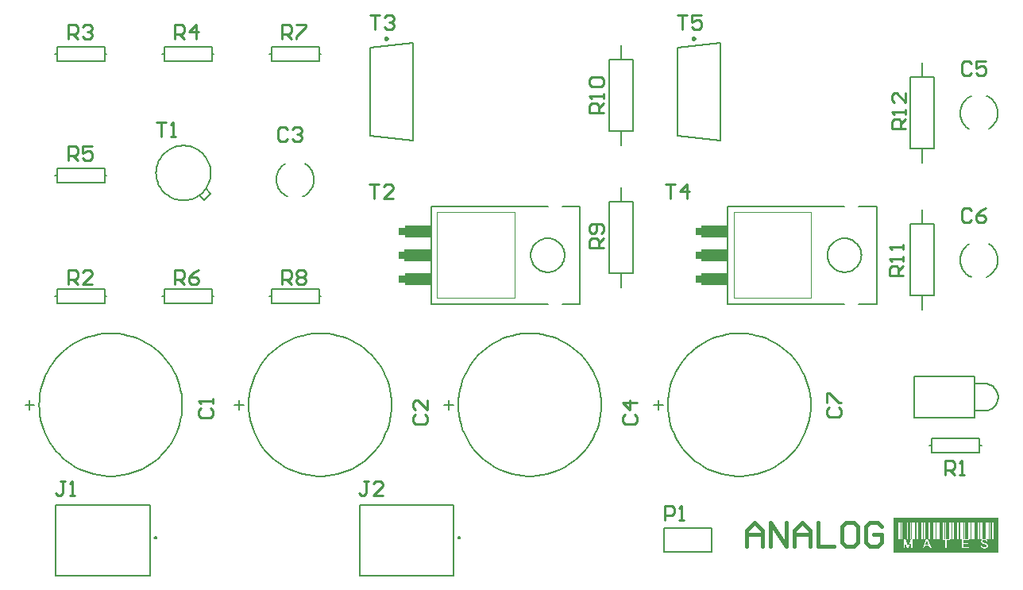
<source format=gto>
%FSTAX25Y25*%
%MOIN*%
%SFA1B1*%

%IPPOS*%
%ADD10C,0.005905*%
%ADD11C,0.005000*%
%ADD12C,0.009843*%
%ADD13C,0.007874*%
%ADD14C,0.002000*%
%ADD15C,0.015000*%
%ADD16C,0.010000*%
%LNhigh_fre_amp-1*%
%LPD*%
G36*
X0201373Y01845D02*
X0190367D01*
Y01855*
X0187859*
Y0188508*
X0190367*
Y0189504*
X0201373*
Y01845*
G37*
G36*
Y01745D02*
X0190344D01*
Y01755*
X018786*
Y0178501*
X0190344*
Y0179504*
X0201373*
Y01745*
G37*
G36*
Y01645D02*
X0190369D01*
Y01655*
X0187854*
Y016849*
X0190369*
Y0169498*
X0201373*
Y01645*
G37*
G36*
X032593Y01845D02*
X0314924D01*
Y01855*
X0312416*
Y0188508*
X0314924*
Y0189504*
X032593*
Y01845*
G37*
G36*
Y01745D02*
X0314901D01*
Y01755*
X0312417*
Y0178501*
X0314901*
Y0179504*
X032593*
Y01745*
G37*
G36*
Y01645D02*
X0314926D01*
Y01655*
X0312411*
Y016849*
X0314926*
Y0169498*
X032593*
Y01645*
G37*
G36*
X0439655Y0051981D02*
X0395556D01*
Y00668*
X0439655*
Y0051981*
G37*
%LNhigh_fre_amp-2*%
%LPC*%
G36*
X0437656Y00648D02*
X0436764D01*
Y0057955*
X0437656*
Y00648*
G37*
G36*
X0436319D02*
X0435874D01*
Y0057955*
X0436319*
Y00648*
G37*
G36*
X0435428D02*
X0434091D01*
Y0057955*
X0435428*
Y00648*
G37*
G36*
X0432755D02*
X0431864D01*
Y0057955*
X0432755*
Y00648*
G37*
G36*
X0431418D02*
X0430972D01*
Y0057955*
X0431418*
Y00648*
G37*
G36*
X0429636D02*
X0428299D01*
Y0057955*
X0429636*
Y00648*
G37*
G36*
X0427853D02*
X0426962D01*
Y0057955*
X0427853*
Y00648*
G37*
G36*
X0425626D02*
X042518D01*
Y0057955*
X0425626*
Y00648*
G37*
G36*
X0424735D02*
X0423398D01*
Y0057955*
X0424735*
Y00648*
G37*
G36*
X0422953D02*
X0422062D01*
Y0057955*
X0422953*
Y00648*
G37*
G36*
X0420725D02*
X0420279D01*
Y0057955*
X0420725*
Y00648*
G37*
G36*
X0419834D02*
X0418943D01*
Y0057955*
X0419834*
Y00648*
G37*
G36*
X0417606D02*
X0417161D01*
Y0057955*
X0417606*
Y00648*
G37*
G36*
X0416715D02*
X0416269D01*
Y0057955*
X0416715*
Y00648*
G37*
G36*
X0414933D02*
X0413596D01*
Y0057955*
X0414933*
Y00648*
G37*
G36*
X0413151D02*
X0412259D01*
Y0057955*
X0413151*
Y00648*
G37*
G36*
X0410923D02*
X0410032D01*
Y0057955*
X0410923*
Y00648*
G37*
G36*
X0408695D02*
X040825D01*
Y0057955*
X0408695*
Y00648*
G37*
G36*
X0407804D02*
X0407358D01*
Y0057955*
X0407804*
Y00648*
G37*
G36*
X0406022D02*
X0405131D01*
Y0057955*
X0406022*
Y00648*
G37*
G36*
X0404685D02*
X0403348D01*
Y0057955*
X0404685*
Y00648*
G37*
G36*
X0402903D02*
X0402457D01*
Y0057955*
X0402903*
Y00648*
G37*
G36*
X0401566D02*
X0401121D01*
Y0057955*
X0401566*
Y00648*
G37*
G36*
X0399338D02*
X0398893D01*
Y0057955*
X0399338*
Y00648*
G37*
G36*
X0398447D02*
X0397556D01*
Y0057955*
X0398447*
Y00648*
G37*
G36*
X0433665Y0057888D02*
X0433593D01*
X0433448Y0057883*
X0433321Y0057866*
X0433199Y0057844*
X0433093Y0057822*
X043301Y00578*
X0432971Y0057788*
X0432944Y0057777*
X0432921Y0057766*
X0432905Y0057761*
X0432894Y0057755*
X0432888*
X0432777Y00577*
X0432677Y0057639*
X0432594Y0057572*
X0432527Y0057511*
X0432477Y0057456*
X0432438Y0057411*
X0432411Y0057378*
X0432405Y0057372*
Y0057367*
X043235Y0057272*
X0432311Y0057178*
X0432283Y0057084*
X0432266Y0057001*
X0432255Y0056929*
X0432244Y0056873*
Y0056851*
Y0056834*
Y0056829*
Y0056823*
X043225Y0056729*
X0432266Y005664*
X0432288Y0056557*
X0432311Y0056485*
X0432333Y0056429*
X0432355Y0056385*
X0432372Y0056357*
X0432377Y0056346*
X0432433Y0056268*
X04325Y0056196*
X0432566Y0056135*
X0432633Y0056085*
X0432688Y005604*
X0432738Y0056013*
X0432772Y005599*
X0432777Y0055985*
X0432783*
X0432827Y0055963*
X0432877Y005594*
X0432988Y0055902*
X0433116Y0055863*
X0433238Y0055824*
X0433349Y0055791*
X0433399Y0055779*
X0433443Y0055768*
X0433476Y0055757*
X0433504Y0055752*
X0433521Y0055746*
X0433526*
X043362Y0055724*
X0433709Y0055702*
X0433787Y005568*
X0433854Y0055663*
X043392Y0055646*
X0433976Y005563*
X0434026Y0055619*
X0434064Y0055602*
X0434103Y0055591*
X0434131Y0055585*
X0434175Y0055569*
X0434203Y0055563*
X0434209Y0055557*
X0434292Y0055524*
X0434364Y0055485*
X0434425Y0055447*
X043447Y0055413*
X0434509Y005538*
X0434531Y0055358*
X0434548Y0055341*
X0434553Y0055336*
X0434592Y0055286*
X043462Y005523*
X0434636Y0055175*
X0434653Y005513*
X0434659Y0055086*
X0434664Y0055053*
Y0055025*
Y0055019*
X0434659Y0054953*
X0434647Y0054892*
X0434631Y0054836*
X0434609Y0054792*
X0434586Y0054747*
X043457Y005472*
X0434559Y0054698*
X0434553Y0054692*
X0434509Y0054636*
X0434453Y0054592*
X0434398Y0054553*
X0434348Y0054514*
X0434298Y0054492*
X0434259Y005447*
X0434231Y0054459*
X043422Y0054453*
X0434137Y0054425*
X0434048Y0054403*
X0433959Y0054392*
X0433881Y0054381*
X0433815Y0054375*
X0433759Y005437*
X0433709*
X0433587Y0054375*
X0433476Y0054387*
X0433376Y0054403*
X0433288Y0054425*
X0433215Y0054448*
X043316Y0054464*
X0433143Y005447*
X0433127Y0054475*
X0433121Y0054481*
X0433116*
X0433027Y0054525*
X0432944Y0054575*
X0432883Y0054625*
X0432827Y0054675*
X0432783Y0054714*
X0432755Y0054753*
X0432738Y0054775*
X0432733Y0054781*
X0432694Y0054853*
X0432655Y0054931*
X0432633Y0055014*
X0432611Y0055086*
X0432594Y0055158*
X0432583Y0055208*
Y005523*
X0432577Y0055247*
Y0055252*
Y0055258*
X04321Y0055214*
X0432111Y0055075*
X0432133Y0054942*
X0432166Y0054825*
X0432205Y005472*
X0432244Y0054636*
X0432261Y0054603*
X0432272Y0054575*
X0432288Y0054553*
X0432294Y0054537*
X0432305Y0054525*
Y005452*
X0432388Y0054414*
X0432477Y005432*
X0432572Y0054242*
X0432661Y0054175*
X0432738Y0054125*
X0432805Y0054092*
X0432827Y0054081*
X0432844Y005407*
X0432855Y0054064*
X043286*
X0432999Y0054015*
X0433143Y0053976*
X0433288Y0053954*
X0433426Y0053931*
X0433493Y0053926*
X0433548Y005392*
X0433598*
X0433643Y0053915*
X0433731*
X0433881Y005392*
X043402Y0053937*
X0434148Y0053965*
X0434253Y0053992*
X0434342Y0054015*
X0434381Y0054031*
X0434414Y0054042*
X0434437Y0054053*
X0434453Y0054059*
X0434464Y0054064*
X043447*
X0434586Y0054125*
X0434686Y0054192*
X0434775Y0054264*
X0434847Y0054331*
X0434903Y0054387*
X0434942Y0054437*
X0434969Y005447*
X0434975Y0054475*
Y0054481*
X0435036Y0054587*
X043508Y0054686*
X0435108Y0054781*
X043513Y0054869*
X0435141Y0054947*
X0435152Y0055008*
Y005503*
Y0055047*
Y0055053*
Y0055058*
X0435147Y0055169*
X043513Y0055275*
X0435102Y0055369*
X0435075Y0055447*
X0435041Y0055513*
X0435019Y0055563*
X0434997Y0055591*
X0434991Y0055602*
X0434925Y0055685*
X0434847Y0055763*
X0434764Y0055829*
X0434681Y005589*
X0434609Y0055935*
X0434548Y0055968*
X0434525Y0055979*
X0434509Y005599*
X0434498Y0055996*
X0434492*
X0434448Y0056018*
X0434392Y0056035*
X0434331Y0056057*
X0434264Y0056079*
X0434125Y0056118*
X0433981Y0056157*
X0433915Y0056174*
X0433854Y005619*
X0433792Y0056207*
X0433743Y0056218*
X0433704Y0056229*
X043367Y0056235*
X0433648Y005624*
X0433643*
X0433532Y0056268*
X0433432Y005629*
X0433343Y0056318*
X0433265Y005634*
X0433193Y0056368*
X0433132Y005639*
X0433077Y0056412*
X0433027Y0056429*
X0432988Y0056451*
X0432955Y0056468*
X0432932Y0056479*
X043291Y0056496*
X0432883Y0056512*
X0432877Y0056518*
X0432827Y0056573*
X0432794Y0056629*
X0432766Y0056684*
X0432749Y005674*
X0432738Y0056784*
X0432733Y0056823*
Y0056845*
Y0056856*
X0432744Y0056945*
X0432766Y0057023*
X0432799Y0057089*
X0432838Y005715*
X0432871Y0057195*
X0432905Y0057234*
X0432927Y0057256*
X0432938Y0057261*
X0432982Y0057289*
X0433027Y0057317*
X0433132Y0057361*
X0433243Y0057389*
X0433354Y0057411*
X0433454Y0057422*
X0433498Y0057428*
X0433532Y0057433*
X0433609*
X0433765Y0057428*
X0433903Y0057406*
X0434014Y0057372*
X0434109Y0057339*
X0434181Y0057306*
X0434237Y0057272*
X0434264Y005725*
X0434275Y0057245*
X0434353Y0057167*
X0434414Y0057084*
X0434464Y0056995*
X0434498Y0056906*
X043452Y0056823*
X0434537Y0056762*
X0434542Y0056734*
X0434548Y0056718*
Y0056707*
Y0056701*
X0435036Y005674*
X0435025Y0056862*
X0434997Y0056973*
X0434969Y0057078*
X043493Y0057167*
X0434897Y0057239*
X0434869Y0057295*
X0434858Y0057311*
X0434847Y0057328*
X0434842Y0057334*
Y0057339*
X0434769Y0057433*
X0434692Y0057517*
X0434609Y0057589*
X0434525Y0057644*
X0434453Y0057694*
X0434398Y0057722*
X0434375Y0057733*
X0434359Y0057744*
X0434348Y005775*
X0434342*
X043422Y0057794*
X0434087Y0057827*
X0433964Y0057855*
X0433848Y0057872*
X0433743Y0057883*
X0433704*
X0433665Y0057888*
G37*
G36*
X0403392Y0057822D02*
X0402709D01*
X0401788Y0055147*
X0401738Y0055003*
X04017Y0054881*
X0401661Y0054775*
X0401633Y0054686*
X0401611Y005462*
X0401594Y005457*
X0401588Y0054542*
X0401583Y0054531*
X0401561Y0054609*
X0401533Y0054698*
X04015Y0054792*
X0401472Y0054886*
X0401444Y0054969*
X0401422Y0055036*
X0401411Y0055064*
X0401405Y005508*
X04014Y0055091*
Y0055097*
X0400489Y0057822*
X0399729*
Y0053981*
X0400218*
Y005725*
X0401327Y0053981*
X0401783*
X0402904Y0057195*
Y0053981*
X0403392*
Y0057822*
G37*
G36*
X0427038D02*
X0424258D01*
Y0053981*
X0427127*
Y0054437*
X0424768*
Y0055741*
X0426894*
Y0056196*
X0424768*
Y0057367*
X0427038*
Y0057822*
G37*
G36*
X0419135D02*
X0416094D01*
Y0057367*
X0417359*
Y0053981*
X041787*
Y0057367*
X0419135*
Y0057822*
G37*
G36*
X0409811D02*
X0409256D01*
X040779Y0053981*
X0408329*
X0408745Y0055147*
X0410355*
X0410804Y0053981*
X0411381*
X0409811Y0057822*
G37*
%LNhigh_fre_amp-3*%
%LPD*%
G36*
X0409561Y0057295D02*
X0409605Y0057162D01*
X040965Y0057028*
X0409694Y0056901*
X0409716Y0056845*
X0409733Y005679*
X040975Y005674*
X0409766Y0056701*
X0409777Y0056668*
X0409788Y005664*
X0409794Y0056623*
Y0056618*
X0410194Y0055563*
X0408895*
X0409311Y0056684*
X0409361Y0056823*
X04094Y0056956*
X0409439Y0057078*
X0409467Y0057189*
X0409489Y0057284*
X04095Y0057322*
X0409505Y0057361*
X0409516Y0057383*
Y0057406*
X0409522Y0057417*
Y0057422*
X0409561Y0057295*
G37*
G54D10*
X0108996Y02115D02*
D01*
X0108968Y0212301*
X0108884Y0213099*
X0108744Y021389*
X010855Y0214668*
X0108302Y0215431*
X0108002Y0216175*
X010765Y0216897*
X0107249Y0217591*
X01068Y0218257*
X0106306Y0218889*
X0105769Y0219485*
X0105192Y0220043*
X0104577Y0220559*
X0103928Y022103*
X0103248Y0221455*
X0102539Y0221832*
X0101806Y0222158*
X0101052Y0222433*
X0100281Y0222654*
X0099496Y0222821*
X0098701Y0222933*
X0097901Y0222989*
X0097098*
X0096298Y0222933*
X0095503Y0222821*
X0094718Y0222654*
X0093947Y0222433*
X0093193Y0222158*
X009246Y0221832*
X0091751Y0221455*
X0091071Y022103*
X0090422Y0220559*
X0089807Y0220043*
X008923Y0219485*
X0088693Y0218889*
X0088199Y0218257*
X008775Y0217591*
X0087349Y0216897*
X0086997Y0216175*
X0086697Y0215431*
X0086449Y0214668*
X0086255Y021389*
X0086115Y0213099*
X0086031Y0212301*
X0086003Y02115*
X0086031Y0210698*
X0086115Y02099*
X0086255Y0209109*
X0086449Y0208331*
X0086697Y0207568*
X0086997Y0206824*
X0087349Y0206102*
X008775Y0205408*
X0088199Y0204742*
X0088693Y020411*
X008923Y0203514*
X0089807Y0202956*
X0090422Y020244*
X0091071Y0201969*
X0091751Y0201544*
X009246Y0201167*
X0093193Y0200841*
X0093947Y0200566*
X0094718Y0200345*
X0095503Y0200178*
X0096298Y0200066*
X0097098Y020001*
X0097901*
X0098701Y0200066*
X0099496Y0200178*
X0100281Y0200345*
X0101052Y0200566*
X0101806Y0200841*
X0102539Y0201167*
X0103248Y0201544*
X0103928Y0201969*
X0104577Y020244*
X0105192Y0202956*
X0105769Y0203514*
X0106306Y020411*
X01068Y0204742*
X0107249Y0205408*
X010765Y0206102*
X0108002Y0206824*
X0108302Y0207568*
X010855Y0208331*
X0108744Y0209109*
X0108884Y02099*
X0108968Y0210698*
X0108996Y02115*
X0122922Y0114122D02*
X0118987D01*
X0120955Y0112154D02*
Y011609D01*
X0210861Y0114122D02*
X0206925D01*
X0208893Y0112154D02*
Y011609D01*
X0298799Y0114122D02*
X0294863D01*
X0296831Y0112154D02*
Y011609D01*
X0034984Y0114122D02*
X0031048D01*
X0033016Y0112154D02*
Y011609D01*
G54D11*
X0257473Y0177D02*
D01*
X0257456Y0177495*
X0257404Y0177988*
X0257318Y0178476*
X0257198Y0178957*
X0257045Y0179428*
X0256859Y0179887*
X0256642Y0180333*
X0256394Y0180762*
X0256117Y0181173*
X0255812Y0181563*
X025548Y0181932*
X0255124Y0182276*
X0254744Y0182594*
X0254343Y0182886*
X0253923Y0183148*
X0253486Y0183381*
X0253033Y0183583*
X0252567Y0183752*
X0252091Y0183889*
X0251606Y0183992*
X0251115Y0184061*
X0250621Y0184095*
X0250125*
X0249631Y0184061*
X024914Y0183992*
X0248655Y0183889*
X0248179Y0183752*
X0247713Y0183583*
X0247261Y0183381*
X0246823Y0183148*
X0246403Y0182886*
X0246002Y0182594*
X0245622Y0182276*
X0245266Y0181932*
X0244934Y0181563*
X0244629Y0181173*
X0244352Y0180762*
X0244104Y0180333*
X0243887Y0179887*
X0243701Y0179428*
X0243548Y0178957*
X0243428Y0178476*
X0243342Y0177988*
X024329Y0177495*
X0243273Y0177*
X024329Y0176504*
X0243342Y0176011*
X0243428Y0175523*
X0243548Y0175042*
X0243701Y0174571*
X0243887Y0174112*
X0244104Y0173666*
X0244352Y0173237*
X0244629Y0172826*
X0244934Y0172436*
X0245266Y0172067*
X0245622Y0171723*
X0246002Y0171405*
X0246403Y0171113*
X0246823Y0170851*
X0247261Y0170618*
X0247713Y0170416*
X0248179Y0170247*
X0248655Y017011*
X024914Y0170007*
X0249631Y0169938*
X0250125Y0169904*
X0250621*
X0251115Y0169938*
X0251606Y0170007*
X0252091Y017011*
X0252567Y0170247*
X0253033Y0170416*
X0253486Y0170618*
X0253923Y0170851*
X0254343Y0171113*
X0254744Y0171405*
X0255124Y0171723*
X025548Y0172067*
X0255812Y0172436*
X0256117Y0172826*
X0256394Y0173237*
X0256642Y0173666*
X0256859Y0174112*
X0257045Y0174571*
X0257198Y0175042*
X0257318Y0175523*
X0257404Y0176011*
X0257456Y0176504*
X0257473Y0177*
X0433697Y0111691D02*
D01*
X0434095Y0111705*
X0434491Y0111746*
X0434884Y0111816*
X043527Y0111912*
X0435649Y0112035*
X0436019Y0112184*
X0436377Y0112359*
X0436722Y0112558*
X0437052Y0112781*
X0437366Y0113026*
X0437662Y0113293*
X0437939Y011358*
X0438195Y0113885*
X0438429Y0114207*
X0438641Y0114545*
X0438828Y0114897*
X043899Y0115261*
X0439126Y0115635*
X0439236Y0116018*
X0439319Y0116408*
X0439374Y0116803*
X0439402Y01172*
Y0117599*
X0439374Y0117996*
X0439319Y0118391*
X0439236Y0118781*
X0439126Y0119164*
X043899Y0119538*
X0438828Y0119902*
X0438641Y0120254*
X0438429Y0120592*
X0438195Y0120914*
X0437939Y0121219*
X0437662Y0121506*
X0437366Y0121773*
X0437052Y0122018*
X0436722Y0122241*
X0436377Y012244*
X0436019Y0122615*
X0435649Y0122764*
X043527Y0122887*
X0434884Y0122983*
X0434491Y0123053*
X0434095Y0123094*
X0433697Y0123108*
X038203Y0177D02*
D01*
X0382013Y0177495*
X0381961Y0177988*
X0381875Y0178476*
X0381755Y0178957*
X0381602Y0179428*
X0381416Y0179887*
X0381199Y0180333*
X0380951Y0180762*
X0380674Y0181173*
X0380369Y0181563*
X0380038Y0181932*
X0379681Y0182276*
X0379301Y0182594*
X03789Y0182886*
X037848Y0183148*
X0378043Y0183381*
X037759Y0183583*
X0377124Y0183752*
X0376648Y0183889*
X0376163Y0183992*
X0375672Y0184061*
X0375178Y0184095*
X0374682*
X0374188Y0184061*
X0373697Y0183992*
X0373213Y0183889*
X0372736Y0183752*
X0372271Y0183583*
X0371818Y0183381*
X037138Y0183148*
X037096Y0182886*
X0370559Y0182594*
X0370179Y0182276*
X0369823Y0181932*
X0369491Y0181563*
X0369186Y0181173*
X0368909Y0180762*
X0368661Y0180333*
X0368444Y0179887*
X0368258Y0179428*
X0368105Y0178957*
X0367985Y0178476*
X0367899Y0177988*
X0367848Y0177495*
X036783Y0177*
X0367848Y0176504*
X0367899Y0176011*
X0367985Y0175523*
X0368105Y0175042*
X0368258Y0174571*
X0368444Y0174112*
X0368661Y0173666*
X0368909Y0173237*
X0369186Y0172826*
X0369491Y0172436*
X0369823Y0172067*
X0370179Y0171723*
X0370559Y0171405*
X037096Y0171113*
X037138Y0170851*
X0371818Y0170618*
X0372271Y0170416*
X0372736Y0170247*
X0373213Y017011*
X0373697Y0170007*
X0374188Y0169938*
X0374682Y0169904*
X0375178*
X0375672Y0169938*
X0376163Y0170007*
X0376648Y017011*
X0377124Y0170247*
X037759Y0170416*
X0378043Y0170618*
X037848Y0170851*
X03789Y0171113*
X0379301Y0171405*
X0379681Y0171723*
X0380038Y0172067*
X0380369Y0172436*
X0380674Y0172826*
X0380951Y0173237*
X0381199Y0173666*
X0381416Y0174112*
X0381602Y0174571*
X0381755Y0175042*
X0381875Y0175523*
X0381961Y0176011*
X0382013Y0176504*
X038203Y0177*
X0256373Y01975D02*
X0263873D01*
X0201373D02*
X0250373D01*
X0256373Y01565D02*
X0263873D01*
X0201373D02*
X0250373D01*
X0263873D02*
Y01975D01*
X0201373Y01565D02*
Y01975D01*
X0404169Y0108738D02*
Y0126061D01*
X0429366*
Y0108738D02*
Y0126061D01*
X0404169Y0108738D02*
X0429366D01*
Y0123108D02*
X0433697D01*
X0429366Y0111691D02*
X0433697D01*
X032593Y01565D02*
Y01975D01*
X038843Y01565D02*
Y01975D01*
X032593Y01565D02*
X037493D01*
X038093D02*
X038843D01*
X032593Y01975D02*
X037493D01*
X038093D02*
X038843D01*
X0044014Y0042611D02*
X0083385D01*
Y0072139*
X0044014D02*
X0083385D01*
X0044014Y0042611D02*
Y0072139D01*
X0171455Y0042611D02*
X0210826D01*
Y0072139*
X0171455D02*
X0210826D01*
X0171455Y0042611D02*
Y0072139D01*
G54D12*
X031212Y026794D02*
D01*
X0312118Y0267975*
X0312115Y0268009*
X0312109Y0268043*
X0312101Y0268076*
X031209Y0268109*
X0312077Y0268141*
X0312062Y0268171*
X0312045Y0268201*
X0312026Y026823*
X0312004Y0268257*
X0311981Y0268282*
X0311957Y0268306*
X031193Y0268328*
X0311903Y0268348*
X0311874Y0268367*
X0311843Y0268383*
X0311812Y0268397*
X031178Y0268408*
X0311747Y0268418*
X0311713Y0268425*
X0311679Y026843*
X0311645Y0268432*
X031161*
X0311576Y026843*
X0311542Y0268425*
X0311508Y0268418*
X0311475Y0268408*
X0311443Y0268397*
X0311412Y0268383*
X0311381Y0268367*
X0311352Y0268348*
X0311324Y0268328*
X0311298Y0268306*
X0311273Y0268282*
X031125Y0268257*
X0311229Y026823*
X031121Y0268201*
X0311193Y0268171*
X0311178Y0268141*
X0311165Y0268109*
X0311154Y0268076*
X0311146Y0268043*
X031114Y0268009*
X0311137Y0267975*
X0311135Y026794*
X0311137Y0267906*
X031114Y0267872*
X0311146Y0267838*
X0311154Y0267805*
X0311165Y0267772*
X0311178Y026774*
X0311193Y0267709*
X031121Y026768*
X0311229Y0267651*
X031125Y0267624*
X0311273Y0267599*
X0311298Y0267575*
X0311324Y0267553*
X0311352Y0267532*
X0311381Y0267514*
X0311412Y0267498*
X0311443Y0267484*
X0311475Y0267472*
X0311508Y0267463*
X0311542Y0267456*
X0311576Y0267451*
X031161Y0267449*
X0311645*
X0311679Y0267451*
X0311713Y0267456*
X0311747Y0267463*
X031178Y0267472*
X0311812Y0267484*
X0311843Y0267498*
X0311874Y0267514*
X0311903Y0267532*
X031193Y0267553*
X0311957Y0267575*
X0311981Y0267599*
X0312004Y0267624*
X0312026Y0267651*
X0312045Y026768*
X0312062Y0267709*
X0312077Y026774*
X031209Y0267772*
X0312101Y0267805*
X0312109Y0267838*
X0312115Y0267872*
X0312118Y0267906*
X031212Y026794*
X018312D02*
D01*
X0183118Y0267975*
X0183115Y0268009*
X0183109Y0268043*
X0183101Y0268076*
X018309Y0268109*
X0183077Y0268141*
X0183062Y0268171*
X0183045Y0268201*
X0183026Y026823*
X0183004Y0268257*
X0182981Y0268282*
X0182957Y0268306*
X018293Y0268328*
X0182903Y0268348*
X0182874Y0268367*
X0182843Y0268383*
X0182812Y0268397*
X018278Y0268408*
X0182747Y0268418*
X0182713Y0268425*
X0182679Y026843*
X0182645Y0268432*
X018261*
X0182576Y026843*
X0182542Y0268425*
X0182508Y0268418*
X0182475Y0268408*
X0182443Y0268397*
X0182412Y0268383*
X0182381Y0268367*
X0182352Y0268348*
X0182324Y0268328*
X0182298Y0268306*
X0182273Y0268282*
X018225Y0268257*
X0182229Y026823*
X018221Y0268201*
X0182193Y0268171*
X0182178Y0268141*
X0182165Y0268109*
X0182154Y0268076*
X0182146Y0268043*
X018214Y0268009*
X0182137Y0267975*
X0182135Y026794*
X0182137Y0267906*
X018214Y0267872*
X0182146Y0267838*
X0182154Y0267805*
X0182165Y0267772*
X0182178Y026774*
X0182193Y0267709*
X018221Y026768*
X0182229Y0267651*
X018225Y0267624*
X0182273Y0267599*
X0182298Y0267575*
X0182324Y0267553*
X0182352Y0267532*
X0182381Y0267514*
X0182412Y0267498*
X0182443Y0267484*
X0182475Y0267472*
X0182508Y0267463*
X0182542Y0267456*
X0182576Y0267451*
X018261Y0267449*
X0182645*
X0182679Y0267451*
X0182713Y0267456*
X0182747Y0267463*
X018278Y0267472*
X0182812Y0267484*
X0182843Y0267498*
X0182874Y0267514*
X0182903Y0267532*
X018293Y0267553*
X0182957Y0267575*
X0182981Y0267599*
X0183004Y0267624*
X0183026Y0267651*
X0183045Y026768*
X0183062Y0267709*
X0183077Y026774*
X018309Y0267772*
X0183101Y0267805*
X0183109Y0267838*
X0183115Y0267872*
X0183118Y0267906*
X018312Y026794*
G54D13*
X0428113Y0243822D02*
D01*
X0427622Y0243576*
X0427149Y0243296*
X0426696Y0242984*
X0426266Y0242642*
X0425862Y024227*
X0425484Y0241871*
X0425135Y0241446*
X0424816Y0240998*
X0424529Y0240529*
X0424276Y0240041*
X0424058Y0239537*
X0423875Y0239019*
X0423729Y0238489*
X042362Y023795*
X0423549Y0237405*
X0423516Y0236857*
X0423521Y0236307*
X0423565Y0235759*
X0423647Y0235216*
X0423767Y0234679*
X0423924Y0234153*
X0424117Y0233638*
X0424345Y0233138*
X0424608Y0232656*
X0424904Y0232192*
X0425232Y0231751*
X0425589Y0231333*
X0425975Y0230942*
X0426387Y0230578*
X0426823Y0230244*
X0427155Y0230021*
X043562D02*
D01*
X0436073Y0230332*
X0436503Y0230674*
X0436908Y0231046*
X0437286Y0231445*
X0437636Y0231869*
X0437955Y0232316*
X0438242Y0232785*
X0438495Y0233272*
X0438714Y0233777*
X0438898Y0234295*
X0439045Y0234824*
X0439154Y0235363*
X0439226Y0235908*
X0439259Y0236456*
X0439254Y0237006*
X0439211Y0237554*
X0439129Y0238097*
X043901Y0238634*
X0438854Y0239161*
X0438662Y0239676*
X0438433Y0240176*
X0438171Y0240659*
X0437876Y0241122*
X0437549Y0241564*
X0437192Y0241981*
X0436806Y0242373*
X0436395Y0242737*
X0435959Y0243072*
X04355Y0243375*
X0435022Y0243646*
X0434662Y0243822*
Y0167838D02*
D01*
X0435154Y0168084*
X0435627Y0168364*
X0436079Y0168676*
X0436509Y0169018*
X0436914Y016939*
X0437292Y0169789*
X0437641Y0170214*
X0437959Y0170662*
X0438246Y0171131*
X0438499Y0171619*
X0438718Y0172123*
X04389Y0172641*
X0439047Y0173171*
X0439155Y017371*
X0439227Y0174255*
X0439259Y0174803*
X0439254Y0175353*
X043921Y0175901*
X0439128Y0176444*
X0439009Y0176981*
X0438852Y0177507*
X0438659Y0178022*
X043843Y0178522*
X0438167Y0179005*
X0437871Y0179468*
X0437544Y0179909*
X0437186Y0180327*
X0436801Y0180718*
X0436389Y0181082*
X0435952Y0181416*
X043562Y0181639*
X0427155D02*
D01*
X0426703Y0181328*
X0426273Y0180986*
X0425867Y0180614*
X0425489Y0180215*
X042514Y0179791*
X0424821Y0179344*
X0424534Y0178875*
X042428Y0178388*
X0424061Y0177884*
X0423878Y0177365*
X0423731Y0176836*
X0423621Y0176297*
X042355Y0175752*
X0423516Y0175204*
X0423521Y0174654*
X0423565Y0174106*
X0423646Y0173563*
X0423765Y0173026*
X0423921Y0172499*
X0424114Y0171984*
X0424342Y0171484*
X0424604Y0171002*
X04249Y0170538*
X0425227Y0170096*
X0425584Y0169679*
X0425969Y0169287*
X0426381Y0168923*
X0426817Y0168588*
X0427275Y0168285*
X0427754Y0168014*
X0428113Y0167838*
X0147674Y0201638D02*
D01*
X0148165Y0201884*
X0148639Y0202164*
X0149091Y0202476*
X0149521Y0202818*
X0149926Y020319*
X0150303Y0203589*
X0150653Y0204014*
X0150971Y0204462*
X0151258Y0204931*
X0151511Y0205419*
X0151729Y0205923*
X0151912Y0206441*
X0152058Y0206971*
X0152167Y020751*
X0152238Y0208055*
X0152271Y0208603*
X0152266Y0209153*
X0152222Y0209701*
X015214Y0210244*
X015202Y0210781*
X0151864Y0211307*
X015167Y0211822*
X0151442Y0212322*
X0151179Y0212805*
X0150883Y0213268*
X0150556Y0213709*
X0150198Y0214127*
X0149812Y0214518*
X01494Y0214882*
X0148964Y0215216*
X0148632Y0215439*
X0140167D02*
D01*
X0139714Y0215128*
X0139284Y0214786*
X0138879Y0214414*
X0138501Y0214015*
X0138152Y0213591*
X0137832Y0213144*
X0137545Y0212675*
X0137292Y0212188*
X0137073Y0211684*
X0136889Y0211165*
X0136743Y0210636*
X0136633Y0210097*
X0136562Y0209552*
X0136528Y0209004*
X0136533Y0208454*
X0136576Y0207906*
X0136658Y0207363*
X0136777Y0206826*
X0136933Y0206299*
X0137126Y0205784*
X0137354Y0205284*
X0137616Y0204802*
X0137911Y0204338*
X0138239Y0203896*
X0138596Y0203479*
X0138981Y0203087*
X0139393Y0202723*
X0139829Y0202388*
X0140287Y0202085*
X0140765Y0201814*
X0141125Y0201638*
X0184938Y0114173D02*
D01*
X0184865Y0116265*
X0184646Y0118348*
X0184282Y012041*
X0183776Y0122442*
X0183128Y0124433*
X0182344Y0126375*
X0181426Y0128257*
X0180379Y013007*
X0179208Y0131806*
X0177919Y0133456*
X0176518Y0135012*
X0175012Y0136467*
X0173408Y0137813*
X0171713Y0139044*
X0169938Y0140153*
X0168089Y0141137*
X0166176Y0141988*
X0164208Y0142704*
X0162195Y0143282*
X0160147Y0143717*
X0158074Y0144008*
X0155985Y0144154*
X0153891*
X0151802Y0144008*
X0149728Y0143717*
X014768Y0143282*
X0145667Y0142704*
X0143699Y0141988*
X0141787Y0141137*
X0139938Y0140153*
X0138162Y0139044*
X0136468Y0137813*
X0134864Y0136467*
X0133357Y0135012*
X0131956Y0133456*
X0130667Y0131806*
X0129496Y013007*
X0128449Y0128257*
X0127531Y0126375*
X0126747Y0124433*
X01261Y0122442*
X0125593Y012041*
X012523Y0118348*
X0125011Y0116265*
X0124938Y0114173*
X0125011Y011208*
X012523Y0109998*
X0125593Y0107935*
X01261Y0105904*
X0126747Y0103912*
X0127531Y0101971*
X0128449Y0100089*
X0129496Y0098275*
X0130667Y0096539*
X0131956Y0094889*
X0133357Y0093333*
X0134864Y0091878*
X0136468Y0090532*
X0138162Y0089302*
X0139938Y0088192*
X0141787Y0087209*
X0143699Y0086357*
X0145667Y0085641*
X014768Y0085064*
X0149728Y0084628*
X0151802Y0084337*
X0153891Y0084191*
X0155985*
X0158074Y0084337*
X0160147Y0084628*
X0162195Y0085064*
X0164208Y0085641*
X0166176Y0086357*
X0168089Y0087209*
X0169938Y0088192*
X0171713Y0089302*
X0173408Y0090532*
X0175012Y0091878*
X0176518Y0093333*
X0177919Y0094889*
X0179208Y0096539*
X0180379Y0098275*
X0181426Y0100089*
X0182344Y0101971*
X0183128Y0103912*
X0183776Y0105904*
X0184282Y0107935*
X0184646Y0109998*
X0184865Y011208*
X0184938Y0114173*
X0272876D02*
D01*
X0272803Y0116265*
X0272584Y0118348*
X027222Y012041*
X0271714Y0122442*
X0271067Y0124433*
X0270282Y0126375*
X0269364Y0128257*
X0268317Y013007*
X0267146Y0131806*
X0265857Y0133456*
X0264456Y0135012*
X026295Y0136467*
X0261346Y0137813*
X0259652Y0139044*
X0257876Y0140153*
X0256027Y0141137*
X0254114Y0141988*
X0252146Y0142704*
X0250134Y0143282*
X0248085Y0143717*
X0246012Y0144008*
X0243923Y0144154*
X0241829*
X023974Y0144008*
X0237666Y0143717*
X0235618Y0143282*
X0233605Y0142704*
X0231638Y0141988*
X0229725Y0141137*
X0227876Y0140153*
X02261Y0139044*
X0224406Y0137813*
X0222802Y0136467*
X0221296Y0135012*
X0219895Y0133456*
X0218605Y0131806*
X0217434Y013007*
X0216387Y0128257*
X021547Y0126375*
X0214685Y0124433*
X0214038Y0122442*
X0213531Y012041*
X0213168Y0118348*
X0212949Y0116265*
X0212876Y0114173*
X0212949Y011208*
X0213168Y0109998*
X0213531Y0107935*
X0214038Y0105904*
X0214685Y0103912*
X021547Y0101971*
X0216387Y0100089*
X0217434Y0098275*
X0218605Y0096539*
X0219895Y0094889*
X0221296Y0093333*
X0222802Y0091878*
X0224406Y0090532*
X02261Y0089302*
X0227876Y0088192*
X0229725Y0087209*
X0231638Y0086357*
X0233605Y0085641*
X0235618Y0085064*
X0237666Y0084628*
X023974Y0084337*
X0241829Y0084191*
X0243923*
X0246012Y0084337*
X0248085Y0084628*
X0250134Y0085064*
X0252146Y0085641*
X0254114Y0086357*
X0256027Y0087209*
X0257876Y0088192*
X0259652Y0089302*
X0261346Y0090532*
X026295Y0091878*
X0264456Y0093333*
X0265857Y0094889*
X0267146Y0096539*
X0268317Y0098275*
X0269364Y0100089*
X0270282Y0101971*
X0271067Y0103912*
X0271714Y0105904*
X027222Y0107935*
X0272584Y0109998*
X0272803Y011208*
X0272876Y0114173*
X0360814D02*
D01*
X0360741Y0116265*
X0360522Y0118348*
X0360158Y012041*
X0359652Y0122442*
X0359005Y0124433*
X035822Y0126375*
X0357302Y0128257*
X0356256Y013007*
X0355085Y0131806*
X0353795Y0133456*
X0352394Y0135012*
X0350888Y0136467*
X0349284Y0137813*
X034759Y0139044*
X0345814Y0140153*
X0343965Y0141137*
X0342052Y0141988*
X0340085Y0142704*
X0338072Y0143282*
X0336024Y0143717*
X033395Y0144008*
X0331861Y0144154*
X0329767*
X0327678Y0144008*
X0325605Y0143717*
X0323556Y0143282*
X0321544Y0142704*
X0319576Y0141988*
X0317663Y0141137*
X0315814Y0140153*
X0314038Y0139044*
X0312344Y0137813*
X031074Y0136467*
X0309234Y0135012*
X0307833Y0133456*
X0306544Y0131806*
X0305373Y013007*
X0304326Y0128257*
X0303408Y0126375*
X0302623Y0124433*
X0301976Y0122442*
X030147Y012041*
X0301106Y0118348*
X0300887Y0116265*
X0300814Y0114173*
X0300887Y011208*
X0301106Y0109998*
X030147Y0107935*
X0301976Y0105904*
X0302623Y0103912*
X0303408Y0101971*
X0304326Y0100089*
X0305373Y0098275*
X0306544Y0096539*
X0307833Y0094889*
X0309234Y0093333*
X031074Y0091878*
X0312344Y0090532*
X0314038Y0089302*
X0315814Y0088192*
X0317663Y0087209*
X0319576Y0086357*
X0321544Y0085641*
X0323556Y0085064*
X0325605Y0084628*
X0327678Y0084337*
X0329767Y0084191*
X0331861*
X033395Y0084337*
X0336024Y0084628*
X0338072Y0085064*
X0340085Y0085641*
X0342052Y0086357*
X0343965Y0087209*
X0345814Y0088192*
X034759Y0089302*
X0349284Y0090532*
X0350888Y0091878*
X0352394Y0093333*
X0353795Y0094889*
X0355085Y0096539*
X0356256Y0098275*
X0357302Y0100089*
X035822Y0101971*
X0359005Y0103912*
X0359652Y0105904*
X0360158Y0107935*
X0360522Y0109998*
X0360741Y011208*
X0360814Y0114173*
X0097D02*
D01*
X0096926Y0116265*
X0096708Y0118348*
X0096344Y012041*
X0095837Y0122442*
X009519Y0124433*
X0094406Y0126375*
X0093488Y0128257*
X0092441Y013007*
X009127Y0131806*
X0089981Y0133456*
X008858Y0135012*
X0087073Y0136467*
X0085469Y0137813*
X0083775Y0139044*
X0082Y0140153*
X0080151Y0141137*
X0078238Y0141988*
X007627Y0142704*
X0074257Y0143282*
X0072209Y0143717*
X0070135Y0144008*
X0068046Y0144154*
X0065953*
X0063864Y0144008*
X006179Y0143717*
X0059742Y0143282*
X0057729Y0142704*
X0055761Y0141988*
X0053848Y0141137*
X0051999Y0140153*
X0050224Y0139044*
X004853Y0137813*
X0046926Y0136467*
X0045419Y0135012*
X0044018Y0133456*
X0042729Y0131806*
X0041558Y013007*
X0040511Y0128257*
X0039593Y0126375*
X0038809Y0124433*
X0038162Y0122442*
X0037655Y012041*
X0037291Y0118348*
X0037073Y0116265*
X0037Y0114173*
X0037073Y011208*
X0037291Y0109998*
X0037655Y0107935*
X0038162Y0105904*
X0038809Y0103912*
X0039593Y0101971*
X0040511Y0100089*
X0041558Y0098275*
X0042729Y0096539*
X0044018Y0094889*
X0045419Y0093333*
X0046926Y0091878*
X004853Y0090532*
X0050224Y0089302*
X0052Y0088192*
X0053848Y0087209*
X0055761Y0086357*
X0057729Y0085641*
X0059742Y0085064*
X006179Y0084628*
X0063864Y0084337*
X0065953Y0084191*
X0068046*
X0070135Y0084337*
X0072209Y0084628*
X0074257Y0085064*
X007627Y0085641*
X0078238Y0086357*
X0080151Y0087209*
X0082Y0088192*
X0083775Y0089302*
X0085469Y0090532*
X0087073Y0091878*
X008858Y0093333*
X0089981Y0094889*
X009127Y0096539*
X0092441Y0098275*
X0093488Y0100089*
X0094406Y0101971*
X009519Y0103912*
X0095837Y0105904*
X0096344Y0107935*
X0096708Y0109998*
X0096926Y011208*
X0097Y0114173*
X008614Y0058359D02*
D01*
X0086139Y0058387*
X0086137Y0058414*
X0086132Y0058441*
X0086125Y0058468*
X0086117Y0058494*
X0086106Y0058519*
X0086094Y0058544*
X0086081Y0058568*
X0086065Y0058591*
X0086048Y0058612*
X008603Y0058633*
X008601Y0058652*
X0085989Y005867*
X0085967Y0058686*
X0085944Y00587*
X0085919Y0058713*
X0085894Y0058724*
X0085868Y0058734*
X0085842Y0058741*
X0085815Y0058747*
X0085788Y0058751*
X008576Y0058753*
X0085733*
X0085706Y0058751*
X0085678Y0058747*
X0085651Y0058741*
X0085625Y0058734*
X0085599Y0058724*
X0085574Y0058713*
X008555Y00587*
X0085527Y0058686*
X0085504Y005867*
X0085483Y0058652*
X0085464Y0058633*
X0085445Y0058612*
X0085428Y0058591*
X0085413Y0058568*
X0085399Y0058544*
X0085387Y0058519*
X0085377Y0058494*
X0085368Y0058468*
X0085362Y0058441*
X0085357Y0058414*
X0085354Y0058387*
X0085353Y0058359*
X0085354Y0058332*
X0085357Y0058305*
X0085362Y0058277*
X0085368Y0058251*
X0085377Y0058225*
X0085387Y0058199*
X0085399Y0058175*
X0085413Y0058151*
X0085428Y0058128*
X0085445Y0058106*
X0085464Y0058086*
X0085483Y0058067*
X0085504Y0058049*
X0085527Y0058033*
X008555Y0058018*
X0085574Y0058005*
X0085599Y0057994*
X0085625Y0057985*
X0085651Y0057977*
X0085678Y0057972*
X0085706Y0057968*
X0085733Y0057966*
X008576*
X0085788Y0057968*
X0085815Y0057972*
X0085842Y0057977*
X0085868Y0057985*
X0085894Y0057994*
X0085919Y0058005*
X0085944Y0058018*
X0085967Y0058033*
X0085989Y0058049*
X008601Y0058067*
X008603Y0058086*
X0086048Y0058106*
X0086065Y0058128*
X0086081Y0058151*
X0086094Y0058175*
X0086106Y0058199*
X0086117Y0058225*
X0086125Y0058251*
X0086132Y0058277*
X0086137Y0058305*
X0086139Y0058332*
X008614Y0058359*
X0213582D02*
D01*
X0213581Y0058387*
X0213578Y0058414*
X0213573Y0058441*
X0213567Y0058468*
X0213558Y0058494*
X0213548Y0058519*
X0213536Y0058544*
X0213522Y0058568*
X0213507Y0058591*
X021349Y0058612*
X0213471Y0058633*
X0213452Y0058652*
X021343Y005867*
X0213408Y0058686*
X0213385Y00587*
X0213361Y0058713*
X0213336Y0058724*
X021331Y0058734*
X0213283Y0058741*
X0213256Y0058747*
X0213229Y0058751*
X0213202Y0058753*
X0213174*
X0213147Y0058751*
X021312Y0058747*
X0213093Y0058741*
X0213066Y0058734*
X0213041Y0058724*
X0213015Y0058713*
X0212991Y00587*
X0212968Y0058686*
X0212946Y005867*
X0212925Y0058652*
X0212905Y0058633*
X0212886Y0058612*
X021287Y0058591*
X0212854Y0058568*
X021284Y0058544*
X0212828Y0058519*
X0212818Y0058494*
X021281Y0058468*
X0212803Y0058441*
X0212798Y0058414*
X0212795Y0058387*
X0212794Y0058359*
X0212795Y0058332*
X0212798Y0058305*
X0212803Y0058277*
X021281Y0058251*
X0212818Y0058225*
X0212828Y0058199*
X021284Y0058175*
X0212854Y0058151*
X021287Y0058128*
X0212886Y0058106*
X0212905Y0058086*
X0212925Y0058067*
X0212946Y0058049*
X0212968Y0058033*
X0212991Y0058018*
X0213015Y0058005*
X0213041Y0057994*
X0213066Y0057985*
X0213093Y0057977*
X021312Y0057972*
X0213147Y0057968*
X0213174Y0057966*
X0213202*
X0213229Y0057968*
X0213256Y0057972*
X0213283Y0057977*
X021331Y0057985*
X0213336Y0057994*
X0213361Y0058005*
X0213385Y0058018*
X0213408Y0058033*
X021343Y0058049*
X0213452Y0058067*
X0213471Y0058086*
X021349Y0058106*
X0213507Y0058128*
X0213522Y0058151*
X0213536Y0058175*
X0213548Y0058199*
X0213558Y0058225*
X0213567Y0058251*
X0213573Y0058277*
X0213578Y0058305*
X0213581Y0058332*
X0213582Y0058359*
X0106953Y0204968D02*
X0108979Y0202942D01*
X0104031Y0202046D02*
X0106057Y020002D01*
X0108979Y0202942*
X0304836Y0226996D02*
Y0264003D01*
Y0226996D02*
X0322946Y0225027D01*
X0304836Y0264003D02*
X0322946Y0265972D01*
Y0225027D02*
Y0265972D01*
X0175836Y0226996D02*
Y0264003D01*
Y0226996D02*
X0193946Y0225027D01*
X0175836Y0264003D02*
X0193946Y0265972D01*
Y0225027D02*
Y0265972D01*
X0281135Y0199405D02*
Y0205405D01*
Y0163405D02*
Y0169405D01*
X0276135Y0199405D02*
X0286135D01*
Y0169405D02*
Y0199405D01*
X0276135Y0169405D02*
X0286135D01*
X0276135D02*
Y0199405D01*
X004437Y0156643D02*
Y0159643D01*
Y0156643D02*
X006437D01*
Y0162643*
X004437D02*
X006437D01*
X004437Y0159643D02*
Y0162643D01*
X006437Y0159643D02*
X006527D01*
X004347D02*
X004437D01*
X0089385Y0156643D02*
Y0159643D01*
Y0156643D02*
X0109385D01*
Y0162643*
X0089385D02*
X0109385D01*
X0089385Y0159643D02*
Y0162643D01*
X0109385Y0159643D02*
X0110285D01*
X0088485D02*
X0089385D01*
X01544D02*
Y0162643D01*
X01344D02*
X01544D01*
X01344Y0156643D02*
Y0162643D01*
Y0156643D02*
X01544D01*
Y0159643*
X01335D02*
X01344D01*
X01544D02*
X01553D01*
X04115Y0094025D02*
Y0097025D01*
Y0094025D02*
X04315D01*
Y0100025*
X04115D02*
X04315D01*
X04115Y0097025D02*
Y0100025D01*
X04315Y0097025D02*
X04324D01*
X04106D02*
X04115D01*
X0407388Y0251661D02*
Y0257661D01*
Y0215661D02*
Y0221661D01*
X0402388Y0251661D02*
X0412388D01*
Y0221661D02*
Y0251661D01*
X0402388Y0221661D02*
X0412388D01*
X0402388D02*
Y0251661D01*
X0407388Y0154D02*
Y016D01*
Y019D02*
Y0196D01*
X0402388Y016D02*
X0412388D01*
X0402388D02*
Y019D01*
X0412388*
Y016D02*
Y019D01*
X0281135Y0223D02*
Y0229D01*
Y0259D02*
Y0265D01*
X0276135Y0229D02*
X0286135D01*
X0276135D02*
Y0259D01*
X0286135*
Y0229D02*
Y0259D01*
X004437Y0207533D02*
Y0210533D01*
Y0207533D02*
X006437D01*
Y0213533*
X004437D02*
X006437D01*
X004437Y0210533D02*
Y0213533D01*
X006437Y0210533D02*
X006527D01*
X004347D02*
X004437D01*
X0089385Y0258423D02*
Y0261423D01*
Y0258423D02*
X0109385D01*
Y0264423*
X0089385D02*
X0109385D01*
X0089385Y0261423D02*
Y0264423D01*
X0109385Y0261423D02*
X0110285D01*
X0088485D02*
X0089385D01*
X004437Y0258423D02*
Y0261423D01*
Y0258423D02*
X006437D01*
Y0264423*
X004437D02*
X006437D01*
X004437Y0261423D02*
Y0264423D01*
X006437Y0261423D02*
X006527D01*
X004347D02*
X004437D01*
X01344Y0258423D02*
Y0261423D01*
Y0258423D02*
X01544D01*
Y0264423*
X01344D02*
X01544D01*
X01344Y0261423D02*
Y0264423D01*
X01544Y0261423D02*
X01553D01*
X01335D02*
X01344D01*
X029904Y0052375D02*
Y0062375D01*
X031904*
Y0052375D02*
Y0062375D01*
X029904Y0052375D02*
X031904D01*
G54D14*
X0203873Y0195D02*
X0236373D01*
Y0159D02*
Y0195D01*
X0203873Y0159D02*
X0236373D01*
X0203873D02*
Y0195D01*
X032843Y0159D02*
Y0195D01*
Y0159D02*
X036093D01*
Y0195*
X032843D02*
X036093D01*
G54D15*
X033388Y0054892D02*
Y0061557D01*
X0337212Y0064889*
X0340544Y0061557*
Y0054892*
Y0059891*
X033388*
X0343877Y0054892D02*
Y0064889D01*
X0350541Y0054892*
Y0064889*
X0353874Y0054892D02*
Y0061557D01*
X0357206Y0064889*
X0360538Y0061557*
Y0054892*
Y0059891*
X0353874*
X036387Y0064889D02*
Y0054892D01*
X0370535*
X0378866Y0064889D02*
X0375533D01*
X0373867Y0063223*
Y0056559*
X0375533Y0054892*
X0378866*
X0380532Y0056559*
Y0063223*
X0378866Y0064889*
X0390528Y0063223D02*
X0388862Y0064889D01*
X038553*
X0383864Y0063223*
Y0056559*
X038553Y0054892*
X0388862*
X0390528Y0056559*
Y0059891*
X0387196*
G54D16*
X0175373Y0206798D02*
X0179372D01*
X0177372*
Y02008*
X018537D02*
X0181371D01*
X018537Y0204798*
Y0205798*
X018437Y0206798*
X0182371*
X0181371Y0205798*
X02999Y0206798D02*
X0303898D01*
X0301899*
Y02008*
X0308897D02*
Y0206798D01*
X0305898Y0203798*
X0309896*
X0417344Y0084727D02*
Y0090725D01*
X0420344*
X0421343Y0089725*
Y0087725*
X0420344Y0086726*
X0417344*
X0419344D02*
X0421343Y0084727D01*
X0423343D02*
X0425342D01*
X0424342*
Y0090725*
X0423343Y0089725*
X0093801Y0164801D02*
Y0170798D01*
X00968*
X00978Y0169799*
Y01678*
X00968Y01668*
X0093801*
X0095801D02*
X00978Y0164801D01*
X0103798Y0170798D02*
X0101799Y0169799D01*
X0099799Y01678*
Y01658*
X0100799Y0164801*
X0102798*
X0103798Y01658*
Y01668*
X0102798Y01678*
X0099799*
X0093801Y02678D02*
Y0273798D01*
X00968*
X00978Y0272798*
Y0270799*
X00968Y0269799*
X0093801*
X0095801D02*
X00978Y02678D01*
X0102798D02*
Y0273798D01*
X0099799Y0270799*
X0103798*
X0273734Y0236702D02*
X0267736D01*
Y0239701*
X0268736Y0240701*
X0270735*
X0271735Y0239701*
Y0236702*
Y0238701D02*
X0273734Y0240701D01*
Y02427D02*
Y02447D01*
Y02437*
X0267736*
X0268736Y02427*
Y0247698D02*
X0267736Y0248698D01*
Y0250698*
X0268736Y0251697*
X0272734*
X0273734Y0250698*
Y0248698*
X0272734Y0247698*
X0268736*
X0139001Y0164801D02*
Y0170798D01*
X0142*
X0143Y0169799*
Y01678*
X0142Y01668*
X0139001*
X0141001D02*
X0143Y0164801D01*
X0144999Y0169799D02*
X0145999Y0170798D01*
X0147998*
X0148998Y0169799*
Y0168799*
X0147998Y01678*
X0148998Y01668*
Y01658*
X0147998Y0164801*
X0145999*
X0144999Y01658*
Y01668*
X0145999Y01678*
X0144999Y0168799*
Y0169799*
X0145999Y01678D02*
X0147998D01*
X0400694Y0230037D02*
X0394696D01*
Y0233036*
X0395696Y0234036*
X0397695*
X0398694Y0233036*
Y0230037*
Y0232037D02*
X0400694Y0234036D01*
Y0236035D02*
Y0238035D01*
Y0237035*
X0394696*
X0395696Y0236035*
X0400694Y0245032D02*
Y0241033D01*
X0396695Y0245032*
X0395696*
X0394696Y0244033*
Y0242033*
X0395696Y0241033*
X0049201Y0164801D02*
Y0170798D01*
X00522*
X00532Y0169799*
Y01678*
X00522Y01668*
X0049201*
X00512D02*
X00532Y0164801D01*
X0059198D02*
X0055199D01*
X0059198Y0168799*
Y0169799*
X0058198Y0170798*
X0056199*
X0055199Y0169799*
X0049201Y02678D02*
Y0273798D01*
X00522*
X00532Y0272798*
Y0270799*
X00522Y0269799*
X0049201*
X00512D02*
X00532Y02678D01*
X0055199Y0272798D02*
X0056199Y0273798D01*
X0058198*
X0059198Y0272798*
Y0271798*
X0058198Y0270799*
X0057199*
X0058198*
X0059198Y0269799*
Y0268799*
X0058198Y02678*
X0056199*
X0055199Y0268799*
X0399694Y0168375D02*
X0393696D01*
Y0171375*
X0394696Y0172374*
X0396695*
X0397694Y0171375*
Y0168375*
Y0170375D02*
X0399694Y0172374D01*
Y0174374D02*
Y0176373D01*
Y0175374*
X0393696*
X0394696Y0174374*
X0399694Y0179372D02*
Y0181372D01*
Y0180372*
X0393696*
X0394696Y0179372*
X0139001Y02678D02*
Y0273798D01*
X0142*
X0143Y0272798*
Y0270799*
X0142Y0269799*
X0139001*
X0141001D02*
X0143Y02678D01*
X0144999Y0273798D02*
X0148998D01*
Y0272798*
X0144999Y0268799*
Y02678*
X0049201Y02169D02*
Y0222898D01*
X00522*
X00532Y0221898*
Y0219899*
X00522Y0218899*
X0049201*
X00512D02*
X00532Y02169D01*
X0059198Y0222898D02*
X0055199D01*
Y0219899*
X0057199Y0220898*
X0058198*
X0059198Y0219899*
Y0217899*
X0058198Y02169*
X0056199*
X0055199Y0217899*
X0273734Y0180107D02*
X0267736D01*
Y0183106*
X0268736Y0184106*
X0270735*
X0271735Y0183106*
Y0180107*
Y0182106D02*
X0273734Y0184106D01*
X0272734Y0186105D02*
X0273734Y0187105D01*
Y0189104*
X0272734Y0190104*
X0268736*
X0267736Y0189104*
Y0187105*
X0268736Y0186105*
X0269735*
X0270735Y0187105*
Y0190104*
X0305Y0277898D02*
X0308998D01*
X0306999*
Y02719*
X0314996Y0277898D02*
X0310998D01*
Y0274898*
X0312997Y0275898*
X0313997*
X0314996Y0274898*
Y0272899*
X0313997Y02719*
X0311997*
X0310998Y0272899*
X00862Y0232798D02*
X0090198D01*
X0088199*
Y02268*
X0092198D02*
X0094197D01*
X0093197*
Y0232798*
X0092198Y0231798*
X0176Y0277937D02*
X0179998D01*
X0177999*
Y0271939*
X0181998Y0276937D02*
X0182997Y0277937D01*
X0184997*
X0185996Y0276937*
Y0275938*
X0184997Y0274938*
X0183997*
X0184997*
X0185996Y0273938*
Y0272938*
X0184997Y0271939*
X0182997*
X0181998Y0272938*
X029964Y00658D02*
Y0071798D01*
X030264*
X0303639Y0070798*
Y0068799*
X030264Y0067799*
X029964*
X0305638Y00658D02*
X0307638D01*
X0306638*
Y0071798*
X0305638Y0070798*
X0175339Y0082172D02*
X017334D01*
X017434*
Y0077173*
X017334Y0076174*
X017234*
X017134Y0077173*
X0181337Y0076174D02*
X0177339D01*
X0181337Y0080172*
Y0081172*
X0180338Y0082172*
X0178338*
X0177339Y0081172*
X0047898Y0082172D02*
X0045899D01*
X0046898*
Y0077173*
X0045899Y0076174*
X0044899*
X00439Y0077173*
X0049898Y0076174D02*
X0051897D01*
X0050897*
Y0082172*
X0049898Y0081172*
X0282875Y0110172D02*
X0281875Y0109172D01*
Y0107173*
X0282875Y0106174*
X0286874*
X0287873Y0107173*
Y0109172*
X0286874Y0110172*
X0287873Y011517D02*
X0281875D01*
X0284874Y0112172*
Y011617*
X0428087Y0195898D02*
X0427087Y0196898D01*
X0425087*
X0424088Y0195898*
Y0191899*
X0425087Y01909*
X0427087*
X0428087Y0191899*
X0434085Y0196898D02*
X0432085Y0195898D01*
X0430086Y0193899*
Y0191899*
X0431085Y01909*
X0433085*
X0434085Y0191899*
Y0192899*
X0433085Y0193899*
X0430086*
X0194937Y0110172D02*
X0193937Y0109172D01*
Y0107173*
X0194937Y0106174*
X0198935*
X0199935Y0107173*
Y0109172*
X0198935Y0110172*
X0199935Y011617D02*
Y0112172D01*
X0195937Y011617*
X0194937*
X0193937Y011517*
Y0113171*
X0194937Y0112172*
X0368515Y0113173D02*
X0367515Y0112174D01*
Y0110174*
X0368515Y0109174*
X0372513*
X0373513Y0110174*
Y0112174*
X0372513Y0113173*
X0367515Y0115172D02*
Y0119171D01*
X0368515*
X0372513Y0115172*
X0373513*
X0428098Y0257598D02*
X0427098Y0258598D01*
X0425099*
X04241Y0257598*
Y0253599*
X0425099Y02526*
X0427098*
X0428098Y0253599*
X0434096Y0258598D02*
X0430098D01*
Y0255598*
X0432097Y0256598*
X0433097*
X0434096Y0255598*
Y0253599*
X0433097Y02526*
X0431097*
X0430098Y0253599*
X0141098Y0229698D02*
X0140099Y0230698D01*
X0138099*
X01371Y0229698*
Y0225699*
X0138099Y02247*
X0140099*
X0141098Y0225699*
X0143098Y0229698D02*
X0144097Y0230698D01*
X0146097*
X0147096Y0229698*
Y0228698*
X0146097Y0227698*
X0145097*
X0146097*
X0147096Y0226699*
Y0225699*
X0146097Y02247*
X0144097*
X0143098Y0225699*
X0104799Y0112872D02*
X0103799Y0111872D01*
Y0109873*
X0104799Y0108873*
X0108798*
X0109797Y0109873*
Y0111872*
X0108798Y0112872*
X0109797Y0114871D02*
Y011687D01*
Y0115871*
X0103799*
X0104799Y0114871*
M02*
</source>
